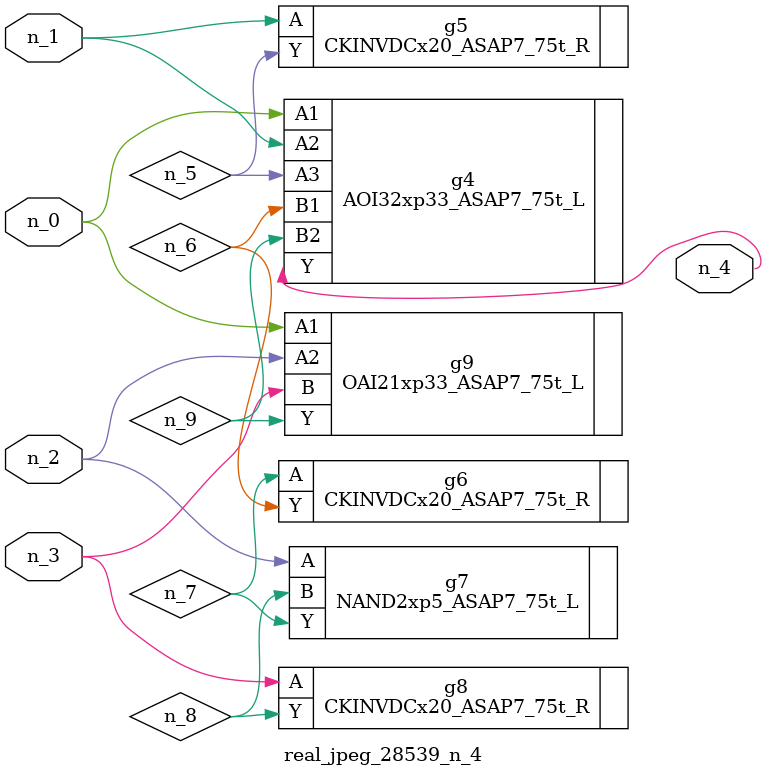
<source format=v>
module real_jpeg_28539_n_4 (n_3, n_1, n_0, n_2, n_4);

input n_3;
input n_1;
input n_0;
input n_2;

output n_4;

wire n_5;
wire n_8;
wire n_6;
wire n_7;
wire n_9;

AOI32xp33_ASAP7_75t_L g4 ( 
.A1(n_0),
.A2(n_1),
.A3(n_5),
.B1(n_6),
.B2(n_9),
.Y(n_4)
);

OAI21xp33_ASAP7_75t_L g9 ( 
.A1(n_0),
.A2(n_2),
.B(n_3),
.Y(n_9)
);

CKINVDCx20_ASAP7_75t_R g5 ( 
.A(n_1),
.Y(n_5)
);

NAND2xp5_ASAP7_75t_L g7 ( 
.A(n_2),
.B(n_8),
.Y(n_7)
);

CKINVDCx20_ASAP7_75t_R g8 ( 
.A(n_3),
.Y(n_8)
);

CKINVDCx20_ASAP7_75t_R g6 ( 
.A(n_7),
.Y(n_6)
);


endmodule
</source>
